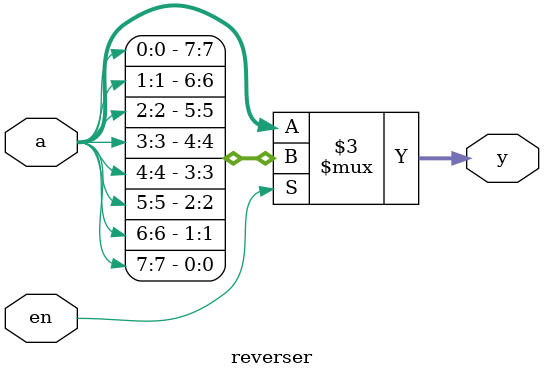
<source format=sv>
`timescale 1ns / 1ps

module reverser(
    input logic [7:0] a,
    input logic en,
    output logic [7:0] y
    );
    
    always_comb
        if (en)
            y = {a[0], a[1], a[2], a[3], a[4], a[5], a[6], a[7]};
        else
            y = a;
endmodule

</source>
